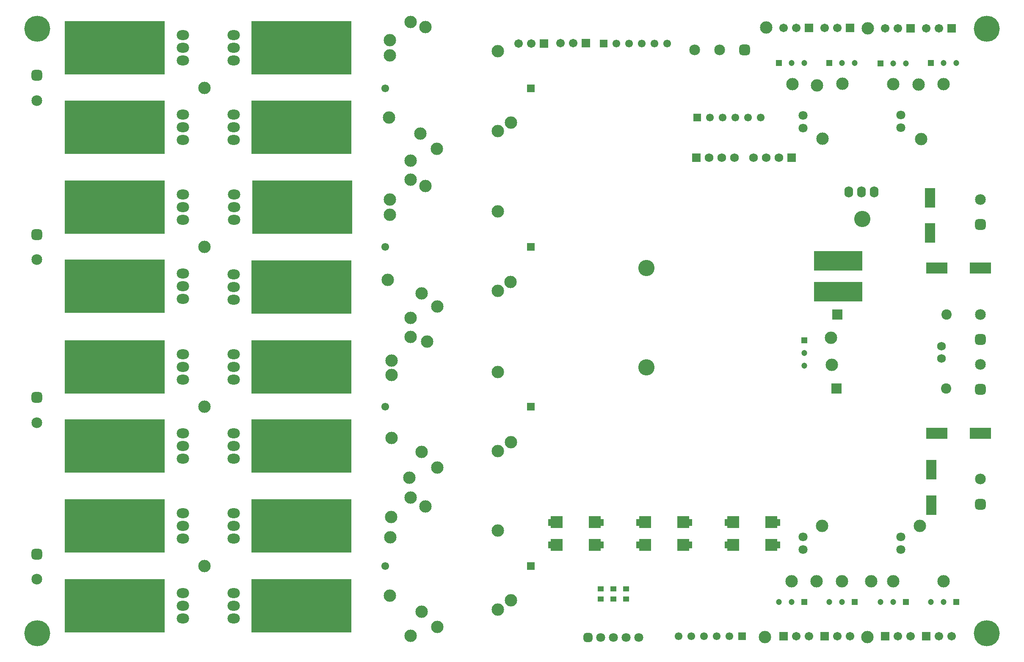
<source format=gbr>
%TF.GenerationSoftware,Altium Limited,Altium Designer,21.6.4 (81)*%
G04 Layer_Color=8388736*
%FSLAX43Y43*%
%MOMM*%
%TF.SameCoordinates,5D8205C6-A8A5-4108-8313-488A8EE5113E*%
%TF.FilePolarity,Negative*%
%TF.FileFunction,Soldermask,Top*%
%TF.Part,Single*%
G01*
G75*
%TA.AperFunction,SMDPad,CuDef*%
%ADD11R,1.200X1.100*%
%ADD12R,2.108X1.397*%
%ADD14R,2.000X4.000*%
%TA.AperFunction,ComponentPad*%
%ADD24C,1.550*%
%ADD25R,1.550X1.550*%
%ADD32R,1.200X1.200*%
%ADD33C,1.200*%
%ADD36R,2.057X2.057*%
%ADD37C,2.057*%
%ADD42R,1.200X1.200*%
%ADD93O,2.489X1.981*%
%ADD94C,4.775*%
%ADD95C,3.251*%
%ADD97C,2.489*%
%ADD98C,1.803*%
G04:AMPARAMS|DCode=99|XSize=1.803mm|YSize=1.803mm|CornerRadius=0.502mm|HoleSize=0mm|Usage=FLASHONLY|Rotation=0.000|XOffset=0mm|YOffset=0mm|HoleType=Round|Shape=RoundedRectangle|*
%AMROUNDEDRECTD99*
21,1,1.803,0.800,0,0,0.0*
21,1,0.800,1.803,0,0,0.0*
1,1,1.003,0.400,-0.400*
1,1,1.003,-0.400,-0.400*
1,1,1.003,-0.400,0.400*
1,1,1.003,0.400,0.400*
%
%ADD99ROUNDEDRECTD99*%
%ADD100R,2.489X2.489*%
G04:AMPARAMS|DCode=101|XSize=2.153mm|YSize=2.153mm|CornerRadius=0.589mm|HoleSize=0mm|Usage=FLASHONLY|Rotation=90.000|XOffset=0mm|YOffset=0mm|HoleType=Round|Shape=RoundedRectangle|*
%AMROUNDEDRECTD101*
21,1,2.153,0.975,0,0,90.0*
21,1,0.975,2.153,0,0,90.0*
1,1,1.178,0.488,0.488*
1,1,1.178,0.488,-0.488*
1,1,1.178,-0.488,-0.488*
1,1,1.178,-0.488,0.488*
%
%ADD101ROUNDEDRECTD101*%
%ADD102C,2.153*%
%ADD103C,1.703*%
%ADD104R,1.703X1.703*%
%ADD105C,1.727*%
%ADD106C,1.753*%
%ADD107R,1.753X1.753*%
G04:AMPARAMS|DCode=108|XSize=2.153mm|YSize=2.153mm|CornerRadius=0.589mm|HoleSize=0mm|Usage=FLASHONLY|Rotation=180.000|XOffset=0mm|YOffset=0mm|HoleType=Round|Shape=RoundedRectangle|*
%AMROUNDEDRECTD108*
21,1,2.153,0.975,0,0,180.0*
21,1,0.975,2.153,0,0,180.0*
1,1,1.178,-0.488,0.488*
1,1,1.178,0.488,0.488*
1,1,1.178,0.488,-0.488*
1,1,1.178,-0.488,-0.488*
%
%ADD108ROUNDEDRECTD108*%
%TA.AperFunction,ViaPad*%
%ADD109C,5.203*%
%TA.AperFunction,NonConductor*%
%ADD113R,20.066X10.668*%
%TA.AperFunction,SMDPad,CuDef*%
%ADD114R,9.703X3.953*%
%ADD115R,4.303X2.203*%
%TA.AperFunction,ComponentPad*%
%ADD116O,1.727X2.235*%
D11*
X152527Y56803D02*
D03*
Y54703D02*
D03*
X149987D02*
D03*
Y56803D02*
D03*
X147447Y54703D02*
D03*
Y56803D02*
D03*
D12*
X147041Y65583D02*
D03*
Y70053D02*
D03*
X137947D02*
D03*
Y65583D02*
D03*
X182347D02*
D03*
Y70053D02*
D03*
X173253D02*
D03*
Y65583D02*
D03*
X164694D02*
D03*
Y70053D02*
D03*
X155600D02*
D03*
Y65583D02*
D03*
D14*
X213614Y80633D02*
D03*
Y73533D02*
D03*
X213360Y128022D02*
D03*
Y135122D02*
D03*
D24*
X104367Y157022D02*
D03*
X163068Y47244D02*
D03*
X165608D02*
D03*
X168148D02*
D03*
X170688D02*
D03*
X173228D02*
D03*
X169291Y151176D02*
D03*
X171831D02*
D03*
X174371D02*
D03*
X176911D02*
D03*
X179451Y151176D02*
D03*
X150622Y165989D02*
D03*
X153162D02*
D03*
X155702D02*
D03*
X158242D02*
D03*
X160782D02*
D03*
X104367Y125222D02*
D03*
X104394Y93218D02*
D03*
X104367Y61341D02*
D03*
D25*
X133477Y157022D02*
D03*
X175768Y47244D02*
D03*
X166751Y151176D02*
D03*
X148082Y165989D02*
D03*
X133477Y125222D02*
D03*
X133504Y93218D02*
D03*
X133477Y61341D02*
D03*
D32*
X213487Y162052D02*
D03*
X203454Y162047D02*
D03*
X193167Y162052D02*
D03*
X183134D02*
D03*
X208534Y54102D02*
D03*
X218567D02*
D03*
X198247D02*
D03*
X188214D02*
D03*
D33*
X216027Y162052D02*
D03*
X218567D02*
D03*
X205994Y162047D02*
D03*
X208534D02*
D03*
X195707Y162052D02*
D03*
X198247D02*
D03*
X185674D02*
D03*
X188214D02*
D03*
X203454Y54102D02*
D03*
X205994D02*
D03*
X213487D02*
D03*
X216027D02*
D03*
X193167D02*
D03*
X195707D02*
D03*
X183134D02*
D03*
X185674D02*
D03*
X188209Y104013D02*
D03*
Y101473D02*
D03*
D36*
X194768Y111731D02*
D03*
X194640Y96901D02*
D03*
D37*
X216663Y111731D02*
D03*
X216535Y96901D02*
D03*
D42*
X188209Y106553D02*
D03*
D93*
X74041Y82804D02*
D03*
Y85344D02*
D03*
Y87884D02*
D03*
Y71882D02*
D03*
Y69342D02*
D03*
Y66802D02*
D03*
Y55880D02*
D03*
Y53340D02*
D03*
Y50800D02*
D03*
Y103759D02*
D03*
Y101219D02*
D03*
Y98679D02*
D03*
Y119761D02*
D03*
Y117221D02*
D03*
Y114681D02*
D03*
X74168Y135763D02*
D03*
Y133223D02*
D03*
Y130683D02*
D03*
X74041Y151765D02*
D03*
Y149225D02*
D03*
Y146685D02*
D03*
X63881Y50800D02*
D03*
Y53340D02*
D03*
Y55880D02*
D03*
Y66802D02*
D03*
Y69342D02*
D03*
Y71882D02*
D03*
Y82804D02*
D03*
Y85344D02*
D03*
Y87884D02*
D03*
Y98679D02*
D03*
Y101219D02*
D03*
Y103759D02*
D03*
Y114808D02*
D03*
Y117348D02*
D03*
Y119888D02*
D03*
Y130683D02*
D03*
Y133223D02*
D03*
Y135763D02*
D03*
Y146685D02*
D03*
Y149225D02*
D03*
Y151765D02*
D03*
X74041Y167640D02*
D03*
Y165100D02*
D03*
Y162560D02*
D03*
X63881D02*
D03*
Y165100D02*
D03*
Y167640D02*
D03*
D94*
X94234Y85344D02*
D03*
Y69342D02*
D03*
Y53340D02*
D03*
Y101219D02*
D03*
Y117221D02*
D03*
X94361Y133223D02*
D03*
X94234Y149225D02*
D03*
X43688Y53340D02*
D03*
Y69342D02*
D03*
Y85344D02*
D03*
Y101219D02*
D03*
Y117348D02*
D03*
Y133223D02*
D03*
Y149225D02*
D03*
X94234Y165100D02*
D03*
X43688D02*
D03*
D95*
X199771Y130810D02*
D03*
X156591Y121031D02*
D03*
Y101092D02*
D03*
D97*
X129540Y150114D02*
D03*
X126873Y148463D02*
D03*
X185801Y157861D02*
D03*
X190754Y157607D02*
D03*
X195790Y157905D02*
D03*
X205994Y157861D02*
D03*
X211074Y157734D02*
D03*
X216027Y157861D02*
D03*
X180340Y47117D02*
D03*
X200787D02*
D03*
X191770Y69342D02*
D03*
X195707Y58293D02*
D03*
X190627D02*
D03*
X185674D02*
D03*
X201549D02*
D03*
X205994D02*
D03*
X216027D02*
D03*
X211328Y69342D02*
D03*
X193675Y101600D02*
D03*
X193548Y107061D02*
D03*
X211582Y146812D02*
D03*
X191833Y146974D02*
D03*
X180594Y169164D02*
D03*
X200914Y169037D02*
D03*
X105283Y163576D02*
D03*
X109474Y170307D02*
D03*
X112395Y169291D02*
D03*
X126873Y164465D02*
D03*
X105156Y151130D02*
D03*
X111379Y147955D02*
D03*
X114681Y144907D02*
D03*
X109474Y142494D02*
D03*
Y138684D02*
D03*
X112395Y137414D02*
D03*
X105283Y134747D02*
D03*
Y131699D02*
D03*
X126873Y116459D02*
D03*
X129413Y118237D02*
D03*
X104902Y118618D02*
D03*
X111633Y115951D02*
D03*
X114808Y113284D02*
D03*
X109474Y110998D02*
D03*
Y107188D02*
D03*
X112746Y106264D02*
D03*
X105664Y102489D02*
D03*
Y99568D02*
D03*
Y86995D02*
D03*
X111633Y84201D02*
D03*
X114808Y81026D02*
D03*
X109220Y78994D02*
D03*
X109474Y75057D02*
D03*
X112395Y73279D02*
D03*
X105537Y71120D02*
D03*
X105410Y67056D02*
D03*
X129540Y86106D02*
D03*
X126873Y84328D02*
D03*
Y68453D02*
D03*
Y52578D02*
D03*
X129540Y54483D02*
D03*
X109474Y47371D02*
D03*
X111633Y52197D02*
D03*
X114808Y49149D02*
D03*
X105283Y166624D02*
D03*
X126873Y132334D02*
D03*
X105283Y55372D02*
D03*
X68199Y61341D02*
D03*
Y125222D02*
D03*
X126873Y100203D02*
D03*
X68199Y93218D02*
D03*
Y157099D02*
D03*
D98*
X149987Y46990D02*
D03*
X147447D02*
D03*
X152527D02*
D03*
X155067D02*
D03*
X207518Y64643D02*
D03*
Y67183D02*
D03*
X187960Y64643D02*
D03*
Y67183D02*
D03*
Y151633D02*
D03*
Y149093D02*
D03*
X207518Y149098D02*
D03*
Y151638D02*
D03*
D99*
X144907Y46990D02*
D03*
D100*
X138684Y65532D02*
D03*
Y70104D02*
D03*
X146304D02*
D03*
Y65532D02*
D03*
X173990D02*
D03*
Y70104D02*
D03*
X181610D02*
D03*
Y65532D02*
D03*
X156337D02*
D03*
Y70104D02*
D03*
X163957D02*
D03*
Y65532D02*
D03*
D101*
X223393Y106731D02*
D03*
Y96727D02*
D03*
Y73740D02*
D03*
Y129747D02*
D03*
X34679Y159599D02*
D03*
X34671Y127682D02*
D03*
X34679Y95083D02*
D03*
Y63714D02*
D03*
D102*
X223393Y111731D02*
D03*
Y101727D02*
D03*
Y78740D02*
D03*
Y134747D02*
D03*
X166243Y164719D02*
D03*
X171243D02*
D03*
X34679Y154599D02*
D03*
X34671Y122682D02*
D03*
X34679Y90083D02*
D03*
Y58714D02*
D03*
D103*
X217678Y47244D02*
D03*
X215138D02*
D03*
X209423D02*
D03*
X206883D02*
D03*
X189103D02*
D03*
X186563D02*
D03*
X197358D02*
D03*
X194818D02*
D03*
X215138Y169037D02*
D03*
X212598D02*
D03*
X206883D02*
D03*
X204343D02*
D03*
X194818Y169083D02*
D03*
X192278D02*
D03*
X186563D02*
D03*
X184023D02*
D03*
X139446Y166035D02*
D03*
X141986D02*
D03*
X131064Y165989D02*
D03*
X133604D02*
D03*
D104*
X212598Y47244D02*
D03*
X204343D02*
D03*
X184023D02*
D03*
X192278D02*
D03*
X217678Y169037D02*
D03*
X209423D02*
D03*
X197358Y169083D02*
D03*
X189103D02*
D03*
X144526Y166035D02*
D03*
X136144Y165989D02*
D03*
D105*
X215646Y105370D02*
D03*
Y102870D02*
D03*
D106*
X174244Y143129D02*
D03*
X171704D02*
D03*
X169164D02*
D03*
X178054D02*
D03*
X180594D02*
D03*
X183134D02*
D03*
D107*
X166624D02*
D03*
X185674D02*
D03*
D108*
X176243Y164719D02*
D03*
D109*
X224663Y168910D02*
D03*
X34798D02*
D03*
X224663Y47879D02*
D03*
X34798D02*
D03*
D113*
X87630Y85344D02*
D03*
Y69342D02*
D03*
Y53340D02*
D03*
Y101219D02*
D03*
Y117221D02*
D03*
X87757Y133223D02*
D03*
X87630Y149225D02*
D03*
X50292Y53340D02*
D03*
Y69342D02*
D03*
Y85344D02*
D03*
Y101219D02*
D03*
Y117348D02*
D03*
Y133223D02*
D03*
Y149225D02*
D03*
X87630Y165100D02*
D03*
X50292D02*
D03*
D114*
X194945Y116255D02*
D03*
Y122505D02*
D03*
D115*
X223393Y121031D02*
D03*
X214693D02*
D03*
X223393Y87884D02*
D03*
X214693D02*
D03*
D116*
X197104Y136271D02*
D03*
X199644D02*
D03*
X202184D02*
D03*
%TF.MD5,197bb766d4aa4c5861fdde192246f145*%
M02*

</source>
